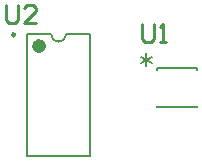
<source format=gto>
G04 Layer_Color=16776960*
%FSLAX24Y24*%
%MOIN*%
G70*
G01*
G75*
%ADD11C,0.0100*%
%ADD16C,0.0079*%
%ADD17C,0.0098*%
%ADD18C,0.0236*%
%ADD19C,0.0060*%
%ADD20C,0.0078*%
D11*
X31120Y34520D02*
Y34020D01*
X31220Y33920D01*
X31420D01*
X31520Y34020D01*
Y34520D01*
X31720Y33920D02*
X31920D01*
X31820D01*
Y34520D01*
X31720Y34420D01*
X26610Y35160D02*
Y34660D01*
X26710Y34560D01*
X26910D01*
X27010Y34660D01*
Y35160D01*
X27610Y34560D02*
X27210D01*
X27610Y34960D01*
Y35060D01*
X27510Y35160D01*
X27310D01*
X27210Y35060D01*
D16*
X28100Y34178D02*
G03*
X28600Y34178I250J0D01*
G01*
X27307Y30122D02*
Y34178D01*
X29393Y30122D02*
Y34178D01*
X27307D02*
X28100D01*
X28600D02*
X29393D01*
X27307Y30122D02*
X29393D01*
D17*
X26899Y34162D02*
G03*
X26899Y34162I-49J0D01*
G01*
D18*
X27819Y33784D02*
G03*
X27819Y33784I-118J0D01*
G01*
D19*
X32960Y33000D02*
Y33060D01*
X31640Y31740D02*
Y31800D01*
Y31740D02*
X32960D01*
Y31800D01*
X31640Y33060D02*
X32960D01*
X31640Y33000D02*
Y33060D01*
D20*
X31274Y33540D02*
Y33119D01*
X31098Y33435D02*
X31450Y33224D01*
Y33435D02*
X31098Y33224D01*
M02*

</source>
